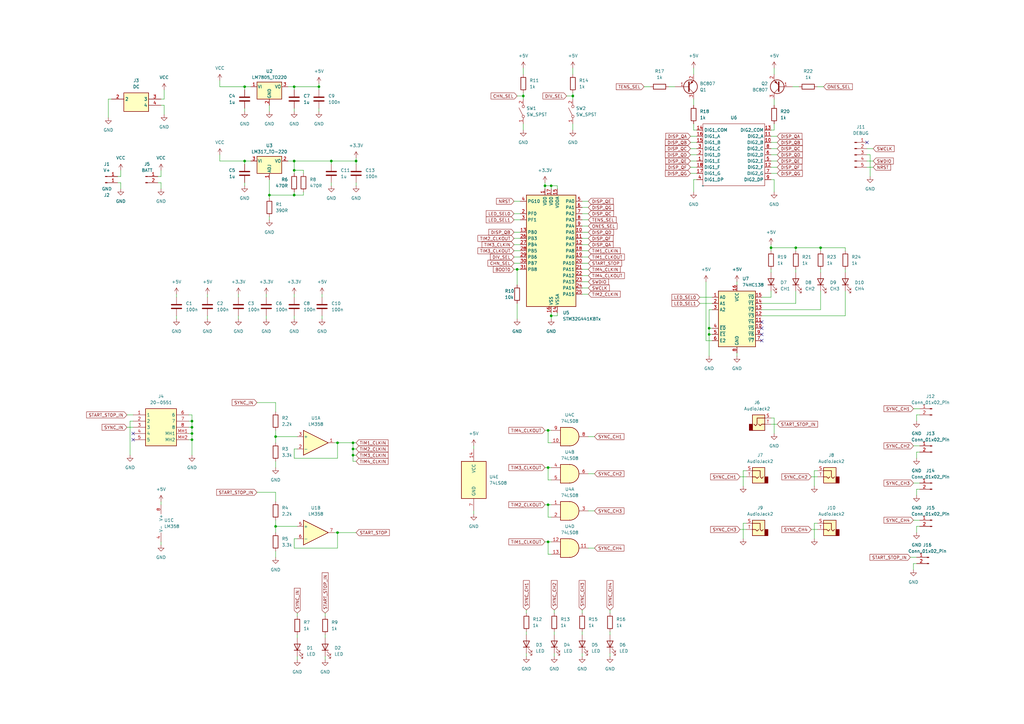
<source format=kicad_sch>
(kicad_sch (version 20230121) (generator eeschema)
  (paper "A3")
  (junction (at 144.78 186.69))
  (junction (at 226.06 129.54))
  (junction (at 120.65 69.85))
  (junction (at 316.23 101.6))
  (junction (at 78.74 180.34))
  (junction (at 113.03 215.9))
  (junction (at 290.83 137.16))
  (junction (at 146.05 66.04))
  (junction (at 214.63 39.37))
  (junction (at 78.74 175.26))
  (junction (at 144.78 181.61))
  (junction (at 290.83 134.62))
  (junction (at 336.55 101.6))
  (junction (at 135.89 66.04))
  (junction (at 223.52 76.2))
  (junction (at 130.81 35.56))
  (junction (at 224.79 191.77))
  (junction (at 138.43 181.61))
  (junction (at 100.33 66.04))
  (junction (at 78.74 172.72))
  (junction (at 138.43 218.44))
  (junction (at 226.06 76.2))
  (junction (at 110.49 80.01))
  (junction (at 224.79 207.01))
  (junction (at 120.65 80.01))
  (junction (at 100.33 35.56))
  (junction (at 144.78 184.15))
  (junction (at 212.09 110.49))
  (junction (at 78.74 177.8))
  (junction (at 120.65 35.56))
  (junction (at 224.79 222.25))
  (junction (at 234.95 39.37))
  (junction (at 224.79 176.53))
  (junction (at 120.65 66.04))
  (junction (at 113.03 179.07))
  (junction (at 326.39 101.6))
  (no_connect (at 312.42 132.08))
  (no_connect (at 312.42 139.7))
  (no_connect (at 312.42 134.62))
  (no_connect (at 312.42 137.16))
  (no_connect (at 54.61 177.8))
  (no_connect (at 355.6 58.42))
  (no_connect (at 54.61 180.34))
  (wire (pts (xy 77.47 177.8) (xy 78.74 177.8)))
  (wire (pts (xy 226.06 76.2) (xy 223.52 76.2)))
  (wire (pts (xy 227.33 267.97) (xy 227.33 269.24)))
  (wire (pts (xy 306.07 195.58) (xy 303.53 195.58)))
  (wire (pts (xy 212.09 110.49) (xy 213.36 110.49)))
  (wire (pts (xy 374.65 213.36) (xy 377.19 213.36)))
  (wire (pts (xy 214.63 38.1) (xy 214.63 39.37)))
  (wire (pts (xy 250.19 267.97) (xy 250.19 269.24)))
  (wire (pts (xy 214.63 39.37) (xy 214.63 40.64)))
  (wire (pts (xy 238.76 259.08) (xy 238.76 260.35)))
  (wire (pts (xy 303.53 217.17) (xy 306.07 217.17)))
  (wire (pts (xy 210.82 110.49) (xy 212.09 110.49)))
  (wire (pts (xy 113.03 226.06) (xy 113.03 228.6)))
  (wire (pts (xy 210.82 87.63) (xy 213.36 87.63)))
  (wire (pts (xy 210.82 95.25) (xy 213.36 95.25)))
  (wire (pts (xy 283.21 63.5) (xy 285.75 63.5)))
  (wire (pts (xy 146.05 189.23) (xy 144.78 189.23)))
  (wire (pts (xy 316.23 68.58) (xy 318.77 68.58)))
  (wire (pts (xy 346.71 110.49) (xy 346.71 111.76)))
  (wire (pts (xy 100.33 66.04) (xy 102.87 66.04)))
  (wire (pts (xy 130.81 44.45) (xy 130.81 45.72)))
  (wire (pts (xy 355.6 60.96) (xy 358.14 60.96)))
  (wire (pts (xy 113.03 205.74) (xy 113.03 201.93)))
  (wire (pts (xy 223.52 76.2) (xy 223.52 77.47)))
  (wire (pts (xy 120.65 187.96) (xy 120.65 184.15)))
  (wire (pts (xy 346.71 101.6) (xy 336.55 101.6)))
  (wire (pts (xy 228.6 129.54) (xy 226.06 129.54)))
  (wire (pts (xy 66.04 205.74) (xy 66.04 207.01)))
  (wire (pts (xy 144.78 181.61) (xy 146.05 181.61)))
  (wire (pts (xy 132.08 120.65) (xy 132.08 121.92)))
  (wire (pts (xy 52.07 170.18) (xy 54.61 170.18)))
  (wire (pts (xy 346.71 119.38) (xy 346.71 129.54)))
  (wire (pts (xy 304.8 214.63) (xy 306.07 214.63)))
  (wire (pts (xy 241.3 179.07) (xy 243.84 179.07)))
  (wire (pts (xy 100.33 35.56) (xy 90.17 35.56)))
  (wire (pts (xy 375.92 200.66) (xy 377.19 200.66)))
  (wire (pts (xy 113.03 179.07) (xy 121.92 179.07)))
  (wire (pts (xy 77.47 172.72) (xy 78.74 172.72)))
  (wire (pts (xy 290.83 137.16) (xy 290.83 146.05)))
  (wire (pts (xy 355.6 66.04) (xy 358.14 66.04)))
  (wire (pts (xy 120.65 129.54) (xy 120.65 130.81)))
  (wire (pts (xy 374.65 182.88) (xy 377.19 182.88)))
  (wire (pts (xy 105.41 165.1) (xy 113.03 165.1)))
  (wire (pts (xy 77.47 175.26) (xy 78.74 175.26)))
  (wire (pts (xy 224.79 227.33) (xy 226.06 227.33)))
  (wire (pts (xy 224.79 196.85) (xy 226.06 196.85)))
  (wire (pts (xy 100.33 44.45) (xy 100.33 45.72)))
  (wire (pts (xy 224.79 181.61) (xy 226.06 181.61)))
  (wire (pts (xy 334.01 220.98) (xy 334.01 214.63)))
  (wire (pts (xy 316.23 121.92) (xy 316.23 119.38)))
  (wire (pts (xy 250.19 250.19) (xy 250.19 251.46)))
  (wire (pts (xy 227.33 250.19) (xy 227.33 251.46)))
  (wire (pts (xy 124.46 69.85) (xy 120.65 69.85)))
  (wire (pts (xy 312.42 124.46) (xy 326.39 124.46)))
  (wire (pts (xy 49.53 74.93) (xy 49.53 77.47)))
  (wire (pts (xy 374.65 198.12) (xy 377.19 198.12)))
  (wire (pts (xy 283.21 58.42) (xy 285.75 58.42)))
  (wire (pts (xy 289.56 139.7) (xy 292.1 139.7)))
  (wire (pts (xy 212.09 124.46) (xy 212.09 130.81)))
  (wire (pts (xy 212.09 110.49) (xy 212.09 116.84)))
  (wire (pts (xy 226.06 207.01) (xy 224.79 207.01)))
  (wire (pts (xy 316.23 171.45) (xy 317.5 171.45)))
  (wire (pts (xy 210.82 82.55) (xy 213.36 82.55)))
  (wire (pts (xy 133.35 269.24) (xy 133.35 270.51)))
  (wire (pts (xy 194.31 209.55) (xy 194.31 210.82)))
  (wire (pts (xy 138.43 181.61) (xy 144.78 181.61)))
  (wire (pts (xy 100.33 36.83) (xy 100.33 35.56)))
  (wire (pts (xy 214.63 50.8) (xy 214.63 53.34)))
  (wire (pts (xy 283.21 71.12) (xy 285.75 71.12)))
  (wire (pts (xy 214.63 27.94) (xy 214.63 30.48)))
  (wire (pts (xy 146.05 74.93) (xy 146.05 76.2)))
  (wire (pts (xy 375.92 187.96) (xy 375.92 185.42)))
  (wire (pts (xy 224.79 191.77) (xy 224.79 196.85)))
  (wire (pts (xy 113.03 215.9) (xy 113.03 218.44)))
  (wire (pts (xy 121.92 269.24) (xy 121.92 270.51)))
  (wire (pts (xy 66.04 74.93) (xy 66.04 77.47)))
  (wire (pts (xy 49.53 72.39) (xy 49.53 69.85)))
  (wire (pts (xy 317.5 27.94) (xy 317.5 30.48)))
  (wire (pts (xy 317.5 50.8) (xy 317.5 53.34)))
  (wire (pts (xy 144.78 189.23) (xy 144.78 186.69)))
  (wire (pts (xy 78.74 175.26) (xy 78.74 177.8)))
  (wire (pts (xy 241.3 209.55) (xy 243.84 209.55)))
  (wire (pts (xy 241.3 224.79) (xy 243.84 224.79)))
  (wire (pts (xy 238.76 250.19) (xy 238.76 251.46)))
  (wire (pts (xy 317.5 171.45) (xy 317.5 177.8)))
  (wire (pts (xy 375.92 218.44) (xy 375.92 215.9)))
  (wire (pts (xy 335.28 217.17) (xy 332.74 217.17)))
  (wire (pts (xy 334.01 199.39) (xy 334.01 193.04)))
  (wire (pts (xy 48.26 74.93) (xy 49.53 74.93)))
  (wire (pts (xy 113.03 168.91) (xy 113.03 165.1)))
  (wire (pts (xy 223.52 191.77) (xy 224.79 191.77)))
  (wire (pts (xy 66.04 72.39) (xy 64.77 72.39)))
  (wire (pts (xy 234.95 27.94) (xy 234.95 30.48)))
  (wire (pts (xy 234.95 39.37) (xy 234.95 40.64)))
  (wire (pts (xy 120.65 35.56) (xy 118.11 35.56)))
  (wire (pts (xy 326.39 102.87) (xy 326.39 101.6)))
  (wire (pts (xy 234.95 50.8) (xy 234.95 53.34)))
  (wire (pts (xy 373.38 228.6) (xy 375.92 228.6)))
  (wire (pts (xy 316.23 101.6) (xy 316.23 102.87)))
  (wire (pts (xy 316.23 71.12) (xy 318.77 71.12)))
  (wire (pts (xy 113.03 189.23) (xy 113.03 191.77)))
  (wire (pts (xy 316.23 55.88) (xy 318.77 55.88)))
  (wire (pts (xy 304.8 199.39) (xy 304.8 193.04)))
  (wire (pts (xy 77.47 170.18) (xy 78.74 170.18)))
  (wire (pts (xy 224.79 212.09) (xy 226.06 212.09)))
  (wire (pts (xy 224.79 207.01) (xy 224.79 212.09)))
  (wire (pts (xy 113.03 179.07) (xy 113.03 181.61)))
  (wire (pts (xy 375.92 172.72) (xy 375.92 170.18)))
  (wire (pts (xy 284.48 50.8) (xy 284.48 53.34)))
  (wire (pts (xy 120.65 184.15) (xy 121.92 184.15)))
  (wire (pts (xy 90.17 33.02) (xy 90.17 35.56)))
  (wire (pts (xy 44.45 48.26) (xy 44.45 40.64)))
  (wire (pts (xy 110.49 80.01) (xy 110.49 81.28)))
  (wire (pts (xy 113.03 215.9) (xy 121.92 215.9)))
  (wire (pts (xy 144.78 184.15) (xy 144.78 181.61)))
  (wire (pts (xy 67.31 43.18) (xy 67.31 46.99)))
  (wire (pts (xy 238.76 110.49) (xy 241.3 110.49)))
  (wire (pts (xy 215.9 267.97) (xy 215.9 269.24)))
  (wire (pts (xy 226.06 222.25) (xy 224.79 222.25)))
  (wire (pts (xy 120.65 224.79) (xy 120.65 220.98)))
  (wire (pts (xy 210.82 100.33) (xy 213.36 100.33)))
  (wire (pts (xy 290.83 134.62) (xy 290.83 137.16)))
  (wire (pts (xy 224.79 176.53) (xy 224.79 181.61)))
  (wire (pts (xy 336.55 101.6) (xy 326.39 101.6)))
  (wire (pts (xy 284.48 40.64) (xy 284.48 43.18)))
  (wire (pts (xy 120.65 66.04) (xy 120.65 69.85)))
  (wire (pts (xy 238.76 82.55) (xy 241.3 82.55)))
  (wire (pts (xy 146.05 64.77) (xy 146.05 66.04)))
  (wire (pts (xy 226.06 191.77) (xy 224.79 191.77)))
  (wire (pts (xy 90.17 63.5) (xy 90.17 66.04)))
  (wire (pts (xy 223.52 176.53) (xy 224.79 176.53)))
  (wire (pts (xy 283.21 68.58) (xy 285.75 68.58)))
  (wire (pts (xy 238.76 118.11) (xy 241.3 118.11)))
  (wire (pts (xy 284.48 27.94) (xy 284.48 30.48)))
  (wire (pts (xy 375.92 215.9) (xy 377.19 215.9)))
  (wire (pts (xy 215.9 250.19) (xy 215.9 251.46)))
  (wire (pts (xy 130.81 35.56) (xy 120.65 35.56)))
  (wire (pts (xy 238.76 120.65) (xy 241.3 120.65)))
  (wire (pts (xy 137.16 218.44) (xy 138.43 218.44)))
  (wire (pts (xy 304.8 193.04) (xy 306.07 193.04)))
  (wire (pts (xy 326.39 101.6) (xy 316.23 101.6)))
  (wire (pts (xy 97.79 120.65) (xy 97.79 121.92)))
  (wire (pts (xy 317.5 73.66) (xy 316.23 73.66)))
  (wire (pts (xy 133.35 260.35) (xy 133.35 261.62)))
  (wire (pts (xy 138.43 187.96) (xy 120.65 187.96)))
  (wire (pts (xy 78.74 180.34) (xy 78.74 186.69)))
  (wire (pts (xy 224.79 222.25) (xy 224.79 227.33)))
  (wire (pts (xy 223.52 74.93) (xy 223.52 76.2)))
  (wire (pts (xy 113.03 176.53) (xy 113.03 179.07)))
  (wire (pts (xy 374.65 233.68) (xy 374.65 231.14)))
  (wire (pts (xy 375.92 170.18) (xy 377.19 170.18)))
  (wire (pts (xy 226.06 129.54) (xy 226.06 130.81)))
  (wire (pts (xy 144.78 186.69) (xy 144.78 184.15)))
  (wire (pts (xy 316.23 100.33) (xy 316.23 101.6)))
  (wire (pts (xy 336.55 110.49) (xy 336.55 111.76)))
  (wire (pts (xy 283.21 66.04) (xy 285.75 66.04)))
  (wire (pts (xy 135.89 74.93) (xy 135.89 76.2)))
  (wire (pts (xy 287.02 121.92) (xy 292.1 121.92)))
  (wire (pts (xy 226.06 128.27) (xy 226.06 129.54)))
  (wire (pts (xy 375.92 203.2) (xy 375.92 200.66)))
  (wire (pts (xy 336.55 127) (xy 336.55 119.38)))
  (wire (pts (xy 238.76 87.63) (xy 241.3 87.63)))
  (wire (pts (xy 325.12 35.56) (xy 327.66 35.56)))
  (wire (pts (xy 212.09 39.37) (xy 214.63 39.37)))
  (wire (pts (xy 228.6 77.47) (xy 228.6 76.2)))
  (wire (pts (xy 238.76 267.97) (xy 238.76 269.24)))
  (wire (pts (xy 375.92 185.42) (xy 377.19 185.42)))
  (wire (pts (xy 100.33 67.31) (xy 100.33 66.04)))
  (wire (pts (xy 316.23 66.04) (xy 318.77 66.04)))
  (wire (pts (xy 241.3 194.31) (xy 243.84 194.31)))
  (wire (pts (xy 72.39 120.65) (xy 72.39 121.92)))
  (wire (pts (xy 238.76 105.41) (xy 241.3 105.41)))
  (wire (pts (xy 228.6 128.27) (xy 228.6 129.54)))
  (wire (pts (xy 110.49 73.66) (xy 110.49 80.01)))
  (wire (pts (xy 110.49 88.9) (xy 110.49 90.17)))
  (wire (pts (xy 292.1 127) (xy 290.83 127)))
  (wire (pts (xy 67.31 40.64) (xy 66.04 40.64)))
  (wire (pts (xy 283.21 55.88) (xy 285.75 55.88)))
  (wire (pts (xy 67.31 43.18) (xy 66.04 43.18)))
  (wire (pts (xy 110.49 43.18) (xy 110.49 45.72)))
  (wire (pts (xy 194.31 182.88) (xy 194.31 184.15)))
  (wire (pts (xy 232.41 39.37) (xy 234.95 39.37)))
  (wire (pts (xy 146.05 184.15) (xy 144.78 184.15)))
  (wire (pts (xy 250.19 259.08) (xy 250.19 260.35)))
  (wire (pts (xy 66.04 69.85) (xy 66.04 72.39)))
  (wire (pts (xy 132.08 129.54) (xy 132.08 130.81)))
  (wire (pts (xy 120.65 69.85) (xy 120.65 71.12)))
  (wire (pts (xy 124.46 71.12) (xy 124.46 69.85)))
  (wire (pts (xy 72.39 129.54) (xy 72.39 130.81)))
  (wire (pts (xy 312.42 127) (xy 336.55 127)))
  (wire (pts (xy 346.71 129.54) (xy 312.42 129.54)))
  (wire (pts (xy 97.79 129.54) (xy 97.79 130.81)))
  (wire (pts (xy 146.05 67.31) (xy 146.05 66.04)))
  (wire (pts (xy 124.46 80.01) (xy 120.65 80.01)))
  (wire (pts (xy 226.06 77.47) (xy 226.06 76.2)))
  (wire (pts (xy 227.33 259.08) (xy 227.33 260.35)))
  (wire (pts (xy 374.65 167.64) (xy 377.19 167.64)))
  (wire (pts (xy 105.41 201.93) (xy 113.03 201.93)))
  (wire (pts (xy 54.61 175.26) (xy 52.07 175.26)))
  (wire (pts (xy 113.03 213.36) (xy 113.03 215.9)))
  (wire (pts (xy 274.32 35.56) (xy 276.86 35.56)))
  (wire (pts (xy 121.92 251.46) (xy 121.92 252.73)))
  (wire (pts (xy 355.6 68.58) (xy 358.14 68.58)))
  (wire (pts (xy 226.06 176.53) (xy 224.79 176.53)))
  (wire (pts (xy 312.42 121.92) (xy 316.23 121.92)))
  (wire (pts (xy 138.43 181.61) (xy 138.43 187.96)))
  (wire (pts (xy 210.82 90.17) (xy 213.36 90.17)))
  (wire (pts (xy 210.82 102.87) (xy 213.36 102.87)))
  (wire (pts (xy 238.76 113.03) (xy 241.3 113.03)))
  (wire (pts (xy 120.65 44.45) (xy 120.65 45.72)))
  (wire (pts (xy 133.35 251.46) (xy 133.35 252.73)))
  (wire (pts (xy 332.74 195.58) (xy 335.28 195.58)))
  (wire (pts (xy 67.31 36.83) (xy 67.31 40.64)))
  (wire (pts (xy 238.76 85.09) (xy 241.3 85.09)))
  (wire (pts (xy 100.33 66.04) (xy 90.17 66.04)))
  (wire (pts (xy 334.01 214.63) (xy 335.28 214.63)))
  (wire (pts (xy 317.5 78.74) (xy 317.5 73.66)))
  (wire (pts (xy 100.33 35.56) (xy 102.87 35.56)))
  (wire (pts (xy 109.22 120.65) (xy 109.22 121.92)))
  (wire (pts (xy 238.76 102.87) (xy 241.3 102.87)))
  (wire (pts (xy 100.33 74.93) (xy 100.33 76.2)))
  (wire (pts (xy 120.65 220.98) (xy 121.92 220.98)))
  (wire (pts (xy 138.43 218.44) (xy 146.05 218.44)))
  (wire (pts (xy 210.82 105.41) (xy 213.36 105.41)))
  (wire (pts (xy 120.65 66.04) (xy 135.89 66.04)))
  (wire (pts (xy 284.48 78.74) (xy 284.48 73.66)))
  (wire (pts (xy 121.92 260.35) (xy 121.92 261.62)))
  (wire (pts (xy 346.71 102.87) (xy 346.71 101.6)))
  (wire (pts (xy 264.16 35.56) (xy 266.7 35.56)))
  (wire (pts (xy 290.83 127) (xy 290.83 134.62)))
  (wire (pts (xy 78.74 177.8) (xy 78.74 180.34)))
  (wire (pts (xy 287.02 124.46) (xy 292.1 124.46)))
  (wire (pts (xy 304.8 220.98) (xy 304.8 214.63)))
  (wire (pts (xy 120.65 80.01) (xy 110.49 80.01)))
  (wire (pts (xy 302.26 115.57) (xy 302.26 116.84)))
  (wire (pts (xy 316.23 63.5) (xy 318.77 63.5)))
  (wire (pts (xy 146.05 66.04) (xy 135.89 66.04)))
  (wire (pts (xy 234.95 38.1) (xy 234.95 39.37)))
  (wire (pts (xy 53.34 186.69) (xy 53.34 172.72)))
  (wire (pts (xy 137.16 181.61) (xy 138.43 181.61)))
  (wire (pts (xy 238.76 90.17) (xy 241.3 90.17)))
  (wire (pts (xy 78.74 170.18) (xy 78.74 172.72)))
  (wire (pts (xy 223.52 207.01) (xy 224.79 207.01)))
  (wire (pts (xy 78.74 172.72) (xy 78.74 175.26)))
  (wire (pts (xy 138.43 224.79) (xy 120.65 224.79)))
  (wire (pts (xy 44.45 40.64) (xy 45.72 40.64)))
  (wire (pts (xy 290.83 134.62) (xy 292.1 134.62)))
  (wire (pts (xy 238.76 115.57) (xy 241.3 115.57)))
  (wire (pts (xy 336.55 102.87) (xy 336.55 101.6)))
  (wire (pts (xy 326.39 124.46) (xy 326.39 119.38)))
  (wire (pts (xy 210.82 97.79) (xy 213.36 97.79)))
  (wire (pts (xy 118.11 66.04) (xy 120.65 66.04)))
  (wire (pts (xy 66.04 222.25) (xy 66.04 223.52)))
  (wire (pts (xy 130.81 34.29) (xy 130.81 35.56)))
  (wire (pts (xy 85.09 120.65) (xy 85.09 121.92)))
  (wire (pts (xy 130.81 36.83) (xy 130.81 35.56)))
  (wire (pts (xy 238.76 100.33) (xy 241.3 100.33)))
  (wire (pts (xy 215.9 259.08) (xy 215.9 260.35)))
  (wire (pts (xy 210.82 107.95) (xy 213.36 107.95)))
  (wire (pts (xy 223.52 222.25) (xy 224.79 222.25)))
  (wire (pts (xy 316.23 110.49) (xy 316.23 111.76)))
  (wire (pts (xy 316.23 58.42) (xy 318.77 58.42)))
  (wire (pts (xy 124.46 78.74) (xy 124.46 80.01)))
  (wire (pts (xy 289.56 115.57) (xy 289.56 139.7)))
  (wire (pts (xy 335.28 35.56) (xy 337.82 35.56)))
  (wire (pts (xy 238.76 97.79) (xy 241.3 97.79)))
  (wire (pts (xy 64.77 74.93) (xy 66.04 74.93)))
  (wire (pts (xy 316.23 60.96) (xy 318.77 60.96)))
  (wire (pts (xy 334.01 193.04) (xy 335.28 193.04)))
  (wire (pts (xy 238.76 107.95) (xy 241.3 107.95)))
  (wire (pts (xy 302.26 144.78) (xy 302.26 146.05)))
  (wire (pts (xy 48.26 72.39) (xy 49.53 72.39)))
  (wire (pts (xy 356.87 72.39) (xy 356.87 63.5)))
  (wire (pts (xy 238.76 92.71) (xy 241.3 92.71)))
  (wire (pts (xy 283.21 60.96) (xy 285.75 60.96)))
  (wire (pts (xy 238.76 95.25) (xy 241.3 95.25)))
  (wire (pts (xy 85.09 129.54) (xy 85.09 130.81)))
  (wire (pts (xy 146.05 186.69) (xy 144.78 186.69)))
  (wire (pts (xy 326.39 110.49) (xy 326.39 111.76)))
  (wire (pts (xy 109.22 129.54) (xy 109.22 130.81)))
  (wire (pts (xy 138.43 218.44) (xy 138.43 224.79)))
  (wire (pts (xy 120.65 120.65) (xy 120.65 121.92)))
  (wire (pts (xy 317.5 40.64) (xy 317.5 43.18)))
  (wire (pts (xy 228.6 76.2) (xy 226.06 76.2)))
  (wire (pts (xy 317.5 53.34) (xy 316.23 53.34)))
  (wire (pts (xy 53.34 172.72) (xy 54.61 172.72)))
  (wire (pts (xy 284.48 53.34) (xy 285.75 53.34)))
  (wire (pts (xy 120.65 78.74) (xy 120.65 80.01)))
  (wire (pts (xy 316.23 173.99) (xy 318.77 173.99)))
  (wire (pts (xy 120.65 36.83) (xy 120.65 35.56)))
  (wire (pts (xy 356.87 63.5) (xy 355.6 63.5)))
  (wire (pts (xy 135.89 67.31) (xy 135.89 66.04)))
  (wire (pts (xy 77.47 180.34) (xy 78.74 180.34)))
  (wire (pts (xy 284.48 73.66) (xy 285.75 73.66)))
  (wire (pts (xy 290.83 137.16) (xy 292.1 137.16)))
  (wire (pts (xy 374.65 231.14) (xy 375.92 231.14)))
  (global_label "DISP_QB" (shape input) (at 283.21 58.42 180) (property "Intersheetrefs" "${INTERSHEET_REFS}" (effects hide)))
  (global_label "TIM1_CLKIN" (shape input) (at 146.05 181.61 0) (property "Intersheetrefs" "${INTERSHEET_REFS}" (effects hide)))
  (global_label "LED_SEL1" (shape input) (at 210.82 90.17 180) (property "Intersheetrefs" "${INTERSHEET_REFS}" (effects hide)))
  (global_label "SWCLK" (shape input) (at 241.3 118.11 0) (property "Intersheetrefs" "${INTERSHEET_REFS}" (effects hide)))
  (global_label "DISP_QD" (shape input) (at 318.77 63.5 0) (property "Intersheetrefs" "${INTERSHEET_REFS}" (effects hide)))
  (global_label "SWDIO" (shape input) (at 358.14 66.04 0) (property "Intersheetrefs" "${INTERSHEET_REFS}" (effects hide)))
  (global_label "CHN_SEL" (shape input) (at 212.09 39.37 180) (property "Intersheetrefs" "${INTERSHEET_REFS}" (effects hide)))
  (global_label "TIM2_CLKOUT" (shape input) (at 223.52 207.01 180) (property "Intersheetrefs" "${INTERSHEET_REFS}" (effects hide)))
  (global_label "SYNC_CH2" (shape input) (at 374.65 182.88 180) (property "Intersheetrefs" "${INTERSHEET_REFS}" (effects hide)))
  (global_label "TIM1_CLKOUT" (shape input) (at 241.3 105.41 0) (property "Intersheetrefs" "${INTERSHEET_REFS}" (effects hide)))
  (global_label "BOOT0" (shape input) (at 210.82 110.49 180) (property "Intersheetrefs" "${INTERSHEET_REFS}" (effects hide)))
  (global_label "SYNC_CH2" (shape input) (at 243.84 194.31 0) (property "Intersheetrefs" "${INTERSHEET_REFS}" (effects hide)))
  (global_label "DIV_SEL" (shape input) (at 210.82 105.41 180) (property "Intersheetrefs" "${INTERSHEET_REFS}" (effects hide)))
  (global_label "LED_SEL0" (shape input) (at 287.02 121.92 180) (property "Intersheetrefs" "${INTERSHEET_REFS}" (effects hide)))
  (global_label "SYNC_CH3" (shape input) (at 374.65 198.12 180) (property "Intersheetrefs" "${INTERSHEET_REFS}" (effects hide)))
  (global_label "SYNC_CH1" (shape input) (at 215.9 250.19 90) (property "Intersheetrefs" "${INTERSHEET_REFS}" (effects hide)))
  (global_label "TENS_SEL" (shape input) (at 241.3 90.17 0) (property "Intersheetrefs" "${INTERSHEET_REFS}" (effects hide)))
  (global_label "DISP_QG" (shape input) (at 318.77 71.12 0) (property "Intersheetrefs" "${INTERSHEET_REFS}" (effects hide)))
  (global_label "DISP_QE" (shape input) (at 318.77 66.04 0) (property "Intersheetrefs" "${INTERSHEET_REFS}" (effects hide)))
  (global_label "SYNC_CH4" (shape input) (at 250.19 250.19 90) (property "Intersheetrefs" "${INTERSHEET_REFS}" (effects hide)))
  (global_label "SYNC_IN" (shape input) (at 52.07 175.26 180) (property "Intersheetrefs" "${INTERSHEET_REFS}" (effects hide)))
  (global_label "NRST" (shape input) (at 210.82 82.55 180) (property "Intersheetrefs" "${INTERSHEET_REFS}" (effects hide)))
  (global_label "START_STOP" (shape input) (at 146.05 218.44 0) (property "Intersheetrefs" "${INTERSHEET_REFS}" (effects hide)))
  (global_label "SYNC_CH1" (shape input) (at 374.65 167.64 180) (property "Intersheetrefs" "${INTERSHEET_REFS}" (effects hide)))
  (global_label "DISP_QB" (shape input) (at 210.82 95.25 180) (property "Intersheetrefs" "${INTERSHEET_REFS}" (effects hide)))
  (global_label "DISP_QG" (shape input) (at 241.3 85.09 0) (property "Intersheetrefs" "${INTERSHEET_REFS}" (effects hide)))
  (global_label "SWCLK" (shape input) (at 358.14 60.96 0) (property "Intersheetrefs" "${INTERSHEET_REFS}" (effects hide)))
  (global_label "START_STOP" (shape input) (at 241.3 107.95 0) (property "Intersheetrefs" "${INTERSHEET_REFS}" (effects hide)))
  (global_label "TIM2_CLKIN" (shape input) (at 241.3 120.65 0) (property "Intersheetrefs" "${INTERSHEET_REFS}" (effects hide)))
  (global_label "DISP_QA" (shape input) (at 318.77 55.88 0) (property "Intersheetrefs" "${INTERSHEET_REFS}" (effects hide)))
  (global_label "DISP_QF" (shape input) (at 318.77 68.58 0) (property "Intersheetrefs" "${INTERSHEET_REFS}" (effects hide)))
  (global_label "ONES_SEL" (shape input) (at 337.82 35.56 0) (property "Intersheetrefs" "${INTERSHEET_REFS}" (effects hide)))
  (global_label "DISP_QC" (shape input) (at 283.21 60.96 180) (property "Intersheetrefs" "${INTERSHEET_REFS}" (effects hide)))
  (global_label "DISP_QA" (shape input) (at 241.3 100.33 0) (property "Intersheetrefs" "${INTERSHEET_REFS}" (effects hide)))
  (global_label "SWDIO" (shape input) (at 241.3 115.57 0) (property "Intersheetrefs" "${INTERSHEET_REFS}" (effects hide)))
  (global_label "START_STOP_IN" (shape input) (at 373.38 228.6 180) (property "Intersheetrefs" "${INTERSHEET_REFS}" (effects hide)))
  (global_label "SYNC_CH4" (shape input) (at 243.84 224.79 0) (property "Intersheetrefs" "${INTERSHEET_REFS}" (effects hide)))
  (global_label "START_STOP_IN" (shape input) (at 52.07 170.18 180) (property "Intersheetrefs" "${INTERSHEET_REFS}" (effects hide)))
  (global_label "SYNC_IN" (shape input) (at 105.41 165.1 180) (property "Intersheetrefs" "${INTERSHEET_REFS}" (effects hide)))
  (global_label "CHN_SEL" (shape input) (at 210.82 107.95 180) (property "Intersheetrefs" "${INTERSHEET_REFS}" (effects hide)))
  (global_label "TIM3_CLKIN" (shape input) (at 146.05 186.69 0) (property "Intersheetrefs" "${INTERSHEET_REFS}" (effects hide)))
  (global_label "START_STOP_IN" (shape input) (at 318.77 173.99 0) (property "Intersheetrefs" "${INTERSHEET_REFS}" (effects hide)))
  (global_label "DISP_QA" (shape input) (at 283.21 55.88 180) (property "Intersheetrefs" "${INTERSHEET_REFS}" (effects hide)))
  (global_label "TIM3_CLKIN" (shape input) (at 210.82 100.33 180) (property "Intersheetrefs" "${INTERSHEET_REFS}" (effects hide)))
  (global_label "DISP_QF" (shape input) (at 241.3 97.79 0) (property "Intersheetrefs" "${INTERSHEET_REFS}" (effects hide)))
  (global_label "START_STOP_IN" (shape input) (at 105.41 201.93 180) (property "Intersheetrefs" "${INTERSHEET_REFS}" (effects hide)))
  (global_label "LED_SEL1" (shape input) (at 287.02 124.46 180) (property "Intersheetrefs" "${INTERSHEET_REFS}" (effects hide)))
  (global_label "NRST" (shape input) (at 358.14 68.58 0) (property "Intersheetrefs" "${INTERSHEET_REFS}" (effects hide)))
  (global_label "TENS_SEL" (shape input) (at 264.16 35.56 180) (property "Intersheetrefs" "${INTERSHEET_REFS}" (effects hide)))
  (global_label "DISP_QG" (shape input) (at 283.21 71.12 180) (property "Intersheetrefs" "${INTERSHEET_REFS}" (effects hide)))
  (global_label "TIM4_CLKIN" (shape input) (at 241.3 110.49 0) (property "Intersheetrefs" "${INTERSHEET_REFS}" (effects hide)))
  (global_label "DISP_QB" (shape input) (at 318.77 58.42 0) (property "Intersheetrefs" "${INTERSHEET_REFS}" (effects hide)))
  (global_label "TIM4_CLKOUT" (shape input) (at 223.52 176.53 180) (property "Intersheetrefs" "${INTERSHEET_REFS}" (effects hide)))
  (global_label "DISP_QF" (shape input) (at 283.21 68.58 180) (property "Intersheetrefs" "${INTERSHEET_REFS}" (effects hide)))
  (global_label "DISP_QE" (shape input) (at 283.21 66.04 180) (property "Intersheetrefs" "${INTERSHEET_REFS}" (effects hide)))
  (global_label "TIM1_CLKIN" (shape input) (at 241.3 102.87 0) (property "Intersheetrefs" "${INTERSHEET_REFS}" (effects hide)))
  (global_label "TIM4_CLKOUT" (shape input) (at 241.3 113.03 0) (property "Intersheetrefs" "${INTERSHEET_REFS}" (effects hide)))
  (global_label "SYNC_CH2" (shape input) (at 332.74 195.58 180) (property "Intersheetrefs" "${INTERSHEET_REFS}" (effects hide)))
  (global_label "DISP_QD" (shape input) (at 283.21 63.5 180) (property "Intersheetrefs" "${INTERSHEET_REFS}" (effects hide)))
  (global_label "DISP_QC" (shape input) (at 318.77 60.96 0) (property "Intersheetrefs" "${INTERSHEET_REFS}" (effects hide)))
  (global_label "START_STOP_IN" (shape input) (at 133.35 251.46 90) (property "Intersheetrefs" "${INTERSHEET_REFS}" (effects hide)))
  (global_label "TIM2_CLKOUT" (shape input) (at 210.82 97.79 180) (property "Intersheetrefs" "${INTERSHEET_REFS}" (effects hide)))
  (global_label "SYNC_CH3" (shape input) (at 238.76 250.19 90) (property "Intersheetrefs" "${INTERSHEET_REFS}" (effects hide)))
  (global_label "ONES_SEL" (shape input) (at 241.3 92.71 0) (property "Intersheetrefs" "${INTERSHEET_REFS}" (effects hide)))
  (global_label "SYNC_CH4" (shape input) (at 332.74 217.17 180) (property "Intersheetrefs" "${INTERSHEET_REFS}" (effects hide)))
  (global_label "SYNC_CH3" (shape input) (at 243.84 209.55 0) (property "Intersheetrefs" "${INTERSHEET_REFS}" (effects hide)))
  (global_label "SYNC_CH4" (shape input) (at 374.65 213.36 180) (property "Intersheetrefs" "${INTERSHEET_REFS}" (effects hide)))
  (global_label "SYNC_CH1" (shape input) (at 303.53 195.58 180) (property "Intersheetrefs" "${INTERSHEET_REFS}" (effects hide)))
  (global_label "TIM2_CLKIN" (shape input) (at 146.05 184.15 0) (property "Intersheetrefs" "${INTERSHEET_REFS}" (effects hide)))
  (global_label "DIV_SEL" (shape input) (at 232.41 39.37 180) (property "Intersheetrefs" "${INTERSHEET_REFS}" (effects hide)))
  (global_label "SYNC_CH1" (shape input) (at 243.84 179.07 0) (property "Intersheetrefs" "${INTERSHEET_REFS}" (effects hide)))
  (global_label "SYNC_IN" (shape input) (at 121.92 251.46 90) (property "Intersheetrefs" "${INTERSHEET_REFS}" (effects hide)))
  (global_label "TIM1_CLKOUT" (shape input) (at 223.52 222.25 180) (property "Intersheetrefs" "${INTERSHEET_REFS}" (effects hide)))
  (global_label "SYNC_CH3" (shape input) (at 303.53 217.17 180) (property "Intersheetrefs" "${INTERSHEET_REFS}" (effects hide)))
  (global_label "TIM4_CLKIN" (shape input) (at 146.05 189.23 0) (property "Intersheetrefs" "${INTERSHEET_REFS}" (effects hide)))
  (global_label "TIM3_CLKOUT" (shape input) (at 223.52 191.77 180) (property "Intersheetrefs" "${INTERSHEET_REFS}" (effects hide)))
  (global_label "DISP_QC" (shape input) (at 241.3 87.63 0) (property "Intersheetrefs" "${INTERSHEET_REFS}" (effects hide)))
  (global_label "SYNC_CH2" (shape input) (at 227.33 250.19 90) (property "Intersheetrefs" "${INTERSHEET_REFS}" (effects hide)))
  (global_label "DISP_QE" (shape input) (at 241.3 82.55 0) (property "Intersheetrefs" "${INTERSHEET_REFS}" (effects hide)))
  (global_label "DISP_QD" (shape input) (at 241.3 95.25 0) (property "Intersheetrefs" "${INTERSHEET_REFS}" (effects hide)))
  (global_label "TIM3_CLKOUT" (shape input) (at 210.82 102.87 180) (property "Intersheetrefs" "${INTERSHEET_REFS}" (effects hide)))
  (global_label "LED_SEL0" (shape input) (at 210.82 87.63 180) (property "Intersheetrefs" "${INTERSHEET_REFS}" (effects hide)))
  (symbol (lib_id "Device:R") (at 120.65 74.93 0) (mirror y) (unit 1)
    (property "Reference" "R6" (at 118.11 73.66 0) (effects (justify left)))
    (property "Value" "470R" (at 118.11 76.2 0) (effects (justify left)))
    (property "Footprint" "Resistor_SMD:R_0603_1608Metric" (effects hide))
  )
  (symbol (lib_id "power:GND") (at 375.92 218.44 0) (unit 1)
    (property "Reference" "#PWR073" (effects hide))
    (property "Value" "GND" (at 375.92 223.52 0))
  )
  (symbol (lib_id "Switch:SW_SPST") (at 234.95 45.72 90) (unit 1)
    (property "Reference" "SW2" (at 236.22 44.45 90) (effects (justify right)))
    (property "Value" "SW_SPST" (at 236.22 46.99 90) (effects (justify right)))
    (property "Footprint" "Button_Switch_THT:SW_PUSH_6mm" (effects hide))
  )
  (symbol (lib_id "power:GND") (at 212.09 130.81 0) (unit 1)
    (property "Reference" "#PWR044" (effects hide))
    (property "Value" "GND" (at 212.09 135.89 0))
  )
  (symbol (lib_id "power:GND") (at 302.26 146.05 0) (unit 1)
    (property "Reference" "#PWR061" (effects hide))
    (property "Value" "GND" (at 302.26 151.13 0))
  )
  (symbol (lib_id "power:GND") (at 374.65 233.68 0) (unit 1)
    (property "Reference" "#PWR074" (effects hide))
    (property "Value" "GND" (at 374.65 238.76 0))
  )
  (symbol (lib_id "Switch:SW_SPST") (at 214.63 45.72 90) (unit 1)
    (property "Reference" "SW1" (at 215.9 44.45 90) (effects (justify right)))
    (property "Value" "SW_SPST" (at 215.9 46.99 90) (effects (justify right)))
    (property "Footprint" "Button_Switch_THT:SW_PUSH_6mm" (effects hide))
  )
  (symbol (lib_id "power:+5V") (at 132.08 120.65 0) (unit 1)
    (property "Reference" "#PWR034" (effects hide))
    (property "Value" "+5V" (at 132.08 115.57 0))
  )
  (symbol (lib_id "Device:LED") (at 238.76 264.16 90) (unit 1)
    (property "Reference" "D5" (at 242.57 264.4775 90) (effects (justify right)))
    (property "Value" "LED" (at 242.57 267.0175 90) (effects (justify right)))
    (property "Footprint" "LED_SMD:LED_0603_1608Metric" (effects hide))
  )
  (symbol (lib_id "power:GND") (at 334.01 199.39 0) (unit 1)
    (property "Reference" "#PWR067" (effects hide))
    (property "Value" "GND" (effects hide))
  )
  (symbol (lib_id "Device:LED") (at 227.33 264.16 90) (unit 1)
    (property "Reference" "D4" (at 231.14 264.4775 90) (effects (justify right)))
    (property "Value" "LED" (at 231.14 267.0175 90) (effects (justify right)))
    (property "Footprint" "LED_SMD:LED_0603_1608Metric" (effects hide))
  )
  (symbol (lib_id "power:GND") (at 120.65 130.81 0) (unit 1)
    (property "Reference" "#PWR030" (effects hide))
    (property "Value" "GND" (at 120.65 135.89 0))
  )
  (symbol (lib_id "00mglib:OSL20561") (at 288.29 76.2 0) (unit 1)
    (property "Reference" "U6" (at 300.99 48.26 0))
    (property "Value" "~" (at 288.29 76.2 0))
    (property "Footprint" "00mglib:OSL20561" (effects hide))
  )
  (symbol (lib_id "Device:LED") (at 336.55 115.57 90) (unit 1)
    (property "Reference" "D9" (at 340.36 115.8875 90) (effects (justify right)))
    (property "Value" "CH3" (at 340.36 118.4275 90) (effects (justify right)))
    (property "Footprint" "LED_SMD:LED_0603_1608Metric" (effects hide))
  )
  (symbol (lib_id "power:GND") (at 304.8 220.98 0) (unit 1)
    (property "Reference" "#PWR063" (effects hide))
    (property "Value" "GND" (effects hide))
  )
  (symbol (lib_id "Device:C") (at 100.33 40.64 0) (mirror y) (unit 1)
    (property "Reference" "C4" (at 96.52 39.37 0) (effects (justify left)))
    (property "Value" "1u" (at 96.52 41.91 0) (effects (justify left)))
    (property "Footprint" "Capacitor_SMD:C_0603_1608Metric" (effects hide))
  )
  (symbol (lib_id "Device:R") (at 133.35 256.54 0) (unit 1)
    (property "Reference" "R9" (at 135.89 255.27 0) (effects (justify left)))
    (property "Value" "1k" (at 135.89 257.81 0) (effects (justify left)))
    (property "Footprint" "Resistor_SMD:R_0603_1608Metric" (effects hide))
  )
  (symbol (lib_id "Device:R") (at 214.63 34.29 0) (unit 1)
    (property "Reference" "R11" (at 217.17 33.02 0) (effects (justify left)))
    (property "Value" "1k" (at 217.17 35.56 0) (effects (justify left)))
    (property "Footprint" "Resistor_SMD:R_0603_1608Metric" (effects hide))
  )
  (symbol (lib_id "power:+5V") (at 72.39 120.65 0) (unit 1)
    (property "Reference" "#PWR011" (effects hide))
    (property "Value" "+5V" (at 72.39 115.57 0))
  )
  (symbol (lib_id "power:GND") (at 100.33 76.2 0) (unit 1)
    (property "Reference" "#PWR021" (effects hide))
    (property "Value" "GND" (at 100.33 81.28 0))
  )
  (symbol (lib_id "74xx:74LS08") (at 233.68 224.79 0) (unit 4)
    (property "Reference" "U4" (at 233.6717 215.9 0))
    (property "Value" "74LS08" (at 233.6717 218.44 0))
    (property "Footprint" "Package_DIP:DIP-14_W7.62mm" (effects hide))
    (property "Datasheet" "http://www.ti.com/lit/gpn/sn74LS08" (effects hide))
  )
  (symbol (lib_id "power:GND") (at 85.09 130.81 0) (unit 1)
    (property "Reference" "#PWR015" (effects hide))
    (property "Value" "GND" (at 85.09 135.89 0))
  )
  (symbol (lib_id "Device:R") (at 238.76 255.27 0) (unit 1)
    (property "Reference" "R15" (at 241.3 254 0) (effects (justify left)))
    (property "Value" "1k" (at 241.3 256.54 0) (effects (justify left)))
    (property "Footprint" "Resistor_SMD:R_0603_1608Metric" (effects hide))
  )
  (symbol (lib_id "power:VCC") (at 67.31 36.83 0) (unit 1)
    (property "Reference" "#PWR010" (effects hide))
    (property "Value" "VCC" (at 67.31 31.75 0))
  )
  (symbol (lib_id "Device:R") (at 234.95 34.29 0) (unit 1)
    (property "Reference" "R14" (at 237.49 33.02 0) (effects (justify left)))
    (property "Value" "1k" (at 237.49 35.56 0) (effects (justify left)))
    (property "Footprint" "Resistor_SMD:R_0603_1608Metric" (effects hide))
  )
  (symbol (lib_id "Device:LED") (at 316.23 115.57 90) (unit 1)
    (property "Reference" "D7" (at 320.04 115.8875 90) (effects (justify right)))
    (property "Value" "CH1" (at 320.04 118.4275 90) (effects (justify right)))
    (property "Footprint" "LED_SMD:LED_0603_1608Metric" (effects hide))
  )
  (symbol (lib_id "power:GND") (at 100.33 45.72 0) (unit 1)
    (property "Reference" "#PWR020" (effects hide))
    (property "Value" "GND" (at 100.33 50.8 0))
  )
  (symbol (lib_id "Device:C") (at 100.33 71.12 0) (mirror y) (unit 1)
    (property "Reference" "C5" (at 96.52 69.85 0) (effects (justify left)))
    (property "Value" "1u" (at 96.52 72.39 0) (effects (justify left)))
    (property "Footprint" "Capacitor_SMD:C_0603_1608Metric" (effects hide))
  )
  (symbol (lib_id "Device:R") (at 227.33 255.27 0) (unit 1)
    (property "Reference" "R13" (at 229.87 254 0) (effects (justify left)))
    (property "Value" "1k" (at 229.87 256.54 0) (effects (justify left)))
    (property "Footprint" "Resistor_SMD:R_0603_1608Metric" (effects hide))
  )
  (symbol (lib_id "power:GND") (at 234.95 53.34 0) (unit 1)
    (property "Reference" "#PWR052" (effects hide))
    (property "Value" "GND" (at 234.95 58.42 0))
  )
  (symbol (lib_id "power:VCC") (at 66.04 69.85 0) (unit 1)
    (property "Reference" "#PWR05" (effects hide))
    (property "Value" "VCC" (at 66.04 64.77 0))
  )
  (symbol (lib_id "74xx:74LS08") (at 233.68 209.55 0) (unit 1)
    (property "Reference" "U4" (at 233.6717 200.66 0))
    (property "Value" "74LS08" (at 233.6717 203.2 0))
    (property "Footprint" "Package_DIP:DIP-14_W7.62mm" (effects hide))
    (property "Datasheet" "http://www.ti.com/lit/gpn/sn74LS08" (effects hide))
  )
  (symbol (lib_id "Device:LED") (at 215.9 264.16 90) (unit 1)
    (property "Reference" "D3" (at 219.71 264.4775 90) (effects (justify right)))
    (property "Value" "LED" (at 219.71 267.0175 90) (effects (justify right)))
    (property "Footprint" "LED_SMD:LED_0603_1608Metric" (effects hide))
  )
  (symbol (lib_id "power:+3.3V") (at 146.05 64.77 0) (unit 1)
    (property "Reference" "#PWR040" (effects hide))
    (property "Value" "+3.3V" (at 146.05 59.69 0))
  )
  (symbol (lib_id "power:GND") (at 250.19 269.24 0) (unit 1)
    (property "Reference" "#PWR054" (effects hide))
    (property "Value" "GND" (at 250.19 274.32 0))
  )
  (symbol (lib_id "power:+5V") (at 284.48 27.94 0) (unit 1)
    (property "Reference" "#PWR055" (effects hide))
    (property "Value" "+5V" (at 284.48 22.86 0))
  )
  (symbol (lib_id "power:GND") (at 215.9 269.24 0) (unit 1)
    (property "Reference" "#PWR047" (effects hide))
    (property "Value" "GND" (at 215.9 274.32 0))
  )
  (symbol (lib_id "Device:LED") (at 326.39 115.57 90) (unit 1)
    (property "Reference" "D8" (at 330.2 115.8875 90) (effects (justify right)))
    (property "Value" "CH2" (at 330.2 118.4275 90) (effects (justify right)))
    (property "Footprint" "LED_SMD:LED_0603_1608Metric" (effects hide))
  )
  (symbol (lib_id "Device:R") (at 270.51 35.56 90) (unit 1)
    (property "Reference" "R17" (at 270.51 29.21 90))
    (property "Value" "1k" (at 270.51 31.75 90))
    (property "Footprint" "Resistor_SMD:R_0603_1608Metric" (effects hide))
  )
  (symbol (lib_id "Connector_Audio:AudioJack2") (at 311.15 195.58 0) (mirror y) (unit 1)
    (property "Reference" "J7" (at 311.785 186.69 0))
    (property "Value" "AudioJack2" (at 311.785 189.23 0))
    (property "Footprint" "00mglib:Jack_3.5mm_QingPu_WQP-PJ398SM_Vertical" (effects hide))
  )
  (symbol (lib_id "Device:R") (at 212.09 120.65 0) (unit 1)
    (property "Reference" "R10" (at 207.01 119.38 0) (effects (justify left)))
    (property "Value" "10k" (at 207.01 121.92 0) (effects (justify left)))
    (property "Footprint" "Resistor_SMD:R_0603_1608Metric" (effects hide))
  )
  (symbol (lib_id "Device:LED") (at 346.71 115.57 90) (unit 1)
    (property "Reference" "D10" (at 350.52 115.8875 90) (effects (justify right)))
    (property "Value" "CH4" (at 350.52 118.4275 90) (effects (justify right)))
    (property "Footprint" "LED_SMD:LED_0603_1608Metric" (effects hide))
  )
  (symbol (lib_id "power:GND") (at 284.48 78.74 0) (unit 1)
    (property "Reference" "#PWR056" (effects hide))
    (property "Value" "GND" (at 284.48 83.82 0))
  )
  (symbol (lib_id "Device:R") (at 121.92 256.54 0) (unit 1)
    (property "Reference" "R7" (at 124.46 255.27 0) (effects (justify left)))
    (property "Value" "1k" (at 124.46 257.81 0) (effects (justify left)))
    (property "Footprint" "Resistor_SMD:R_0603_1608Metric" (effects hide))
  )
  (symbol (lib_id "power:GND") (at 110.49 90.17 0) (unit 1)
    (property "Reference" "#PWR025" (effects hide))
    (property "Value" "GND" (at 110.49 95.25 0))
  )
  (symbol (lib_id "power:GND") (at 109.22 130.81 0) (unit 1)
    (property "Reference" "#PWR023" (effects hide))
    (property "Value" "GND" (at 109.22 135.89 0))
  )
  (symbol (lib_id "Connector:Conn_01x02_Pin") (at 382.27 167.64 0) (mirror y) (unit 1)
    (property "Reference" "J12" (at 381.635 162.56 0))
    (property "Value" "Conn_01x02_Pin" (at 381.635 165.1 0))
    (property "Footprint" "Connector_PinHeader_2.54mm:PinHeader_1x02_P2.54mm_Vertical" (effects hide))
  )
  (symbol (lib_id "power:GND") (at 97.79 130.81 0) (unit 1)
    (property "Reference" "#PWR019" (effects hide))
    (property "Value" "GND" (at 97.79 135.89 0))
  )
  (symbol (lib_id "Device:C") (at 120.65 40.64 0) (unit 1)
    (property "Reference" "C7" (at 124.46 39.37 0) (effects (justify left)))
    (property "Value" "1u" (at 124.46 41.91 0) (effects (justify left)))
    (property "Footprint" "Capacitor_SMD:C_0603_1608Metric" (effects hide))
  )
  (symbol (lib_id "Device:C") (at 120.65 125.73 0) (unit 1)
    (property "Reference" "C8" (at 124.46 124.46 0) (effects (justify left)))
    (property "Value" "100n" (at 124.46 127 0) (effects (justify left)))
    (property "Footprint" "Capacitor_SMD:C_0603_1608Metric" (effects hide))
  )
  (symbol (lib_id "Device:C") (at 109.22 125.73 0) (unit 1)
    (property "Reference" "C6" (at 113.03 124.46 0) (effects (justify left)))
    (property "Value" "100n" (at 113.03 127 0) (effects (justify left)))
    (property "Footprint" "Capacitor_SMD:C_0603_1608Metric" (effects hide))
  )
  (symbol (lib_id "power:GND") (at 238.76 269.24 0) (unit 1)
    (property "Reference" "#PWR053" (effects hide))
    (property "Value" "GND" (at 238.76 274.32 0))
  )
  (symbol (lib_id "power:GND") (at 317.5 177.8 0) (unit 1)
    (property "Reference" "#PWR059" (effects hide))
    (property "Value" "GND" (at 317.5 182.88 0))
  )
  (symbol (lib_id "Connector_Audio:AudioJack2") (at 311.15 217.17 0) (mirror y) (unit 1)
    (property "Reference" "J9" (at 311.785 208.28 0))
    (property "Value" "AudioJack2" (at 311.785 210.82 0))
    (property "Footprint" "00mglib:Jack_3.5mm_QingPu_WQP-PJ398SM_Vertical" (effects hide))
  )
  (symbol (lib_id "Device:C") (at 132.08 125.73 0) (unit 1)
    (property "Reference" "C10" (at 135.89 124.46 0) (effects (justify left)))
    (property "Value" "100n" (at 135.89 127 0) (effects (justify left)))
    (property "Footprint" "Capacitor_SMD:C_0603_1608Metric" (effects hide))
  )
  (symbol (lib_id "power:VCC") (at 90.17 33.02 0) (unit 1)
    (property "Reference" "#PWR016" (effects hide))
    (property "Value" "VCC" (at 90.17 27.94 0))
  )
  (symbol (lib_id "74xx:74LS08") (at 233.68 179.07 0) (unit 3)
    (property "Reference" "U4" (at 233.6717 170.18 0))
    (property "Value" "74LS08" (at 233.6717 172.72 0))
    (property "Footprint" "Package_DIP:DIP-14_W7.62mm" (effects hide))
    (property "Datasheet" "http://www.ti.com/lit/gpn/sn74LS08" (effects hide))
  )
  (symbol (lib_id "Device:C") (at 130.81 40.64 0) (unit 1)
    (property "Reference" "C9" (at 134.62 39.37 0) (effects (justify left)))
    (property "Value" "100n" (at 134.62 41.91 0) (effects (justify left)))
    (property "Footprint" "Capacitor_SMD:C_0603_1608Metric" (effects hide))
  )
  (symbol (lib_id "Device:R") (at 316.23 106.68 0) (unit 1)
    (property "Reference" "R19" (at 318.77 105.41 0) (effects (justify left)))
    (property "Value" "1k" (at 318.77 107.95 0) (effects (justify left)))
    (property "Footprint" "Resistor_SMD:R_0603_1608Metric" (effects hide))
  )
  (symbol (lib_id "Device:C") (at 146.05 71.12 0) (unit 1)
    (property "Reference" "C13" (at 149.86 69.85 0) (effects (justify left)))
    (property "Value" "100n" (at 149.86 72.39 0) (effects (justify left)))
    (property "Footprint" "Capacitor_SMD:C_0603_1608Metric" (effects hide))
  )
  (symbol (lib_id "Device:R") (at 326.39 106.68 0) (unit 1)
    (property "Reference" "R21" (at 328.93 105.41 0) (effects (justify left)))
    (property "Value" "1k" (at 328.93 107.95 0) (effects (justify left)))
    (property "Footprint" "Resistor_SMD:R_0603_1608Metric" (effects hide))
  )
  (symbol (lib_id "power:+5V") (at 234.95 27.94 0) (unit 1)
    (property "Reference" "#PWR039" (effects hide))
    (property "Value" "+5V" (at 234.95 22.86 0))
  )
  (symbol (lib_id "MCU_ST_STM32G4:STM32G441KBTx") (at 226.06 102.87 0) (unit 1)
    (property "Reference" "U5" (at 230.7941 128.27 0) (effects (justify left)))
    (property "Value" "STM32G441KBTx" (at 230.7941 130.81 0) (effects (justify left)))
    (property "Footprint" "Package_QFP:LQFP-32_7x7mm_P0.8mm" (effects hide))
    (property "Datasheet" "https://www.st.com/resource/en/datasheet/stm32g441kb.pdf" (effects hide))
  )
  (symbol (lib_id "power:GND") (at 226.06 130.81 0) (unit 1)
    (property "Reference" "#PWR049" (effects hide))
    (property "Value" "GND" (at 226.06 135.89 0))
  )
  (symbol (lib_id "power:GND") (at 375.92 203.2 0) (unit 1)
    (property "Reference" "#PWR072" (effects hide))
    (property "Value" "GND" (at 375.92 208.28 0))
  )
  (symbol (lib_id "power:GND") (at 66.04 223.52 0) (unit 1)
    (property "Reference" "#PWR08" (effects hide))
    (property "Value" "GND" (at 66.04 228.6 0))
  )
  (symbol (lib_id "00mglib:20-0975") (at 45.72 40.64 0) (unit 1)
    (property "Reference" "J3" (at 55.88 33.02 0))
    (property "Value" "DC" (at 55.88 35.56 0))
    (property "Footprint" "00mglib:200975" (effects hide))
    (property "Datasheet" "https://static.rapidonline.com/pdf/20-0975_v1.pdf" (effects hide))
    (property "Height" "11.2" (effects hide))
    (property "Manufacturer_Name" "TruConnect" (effects hide))
    (property "Manufacturer_Part_Number" "20-0975" (effects hide))
  )
  (symbol (lib_id "Connector:Conn_01x02_Pin") (at 59.69 72.39 0) (unit 1)
    (property "Reference" "J5" (at 60.325 67.31 0))
    (property "Value" "BATT" (at 60.325 69.85 0))
    (property "Footprint" "Connector_PinHeader_2.54mm:PinHeader_1x02_P2.54mm_Vertical" (effects hide))
  )
  (symbol (lib_id "power:+3.3V") (at 97.79 120.65 0) (unit 1)
    (property "Reference" "#PWR018" (effects hide))
    (property "Value" "+3.3V" (at 97.79 115.57 0))
  )
  (symbol (lib_id "power:GND") (at 67.31 46.99 0) (unit 1)
    (property "Reference" "#PWR09" (effects hide))
    (property "Value" "GND" (at 67.31 52.07 0))
  )
  (symbol (lib_id "Device:C") (at 85.09 125.73 0) (unit 1)
    (property "Reference" "C2" (at 88.9 124.46 0) (effects (justify left)))
    (property "Value" "100n" (at 88.9 127 0) (effects (justify left)))
    (property "Footprint" "Capacitor_SMD:C_0603_1608Metric" (effects hide))
  )
  (symbol (lib_id "Regulator_Linear:LM7805_TO220") (at 110.49 35.56 0) (unit 1)
    (property "Reference" "U2" (at 110.49 29.21 0))
    (property "Value" "LM7805_TO220" (at 110.49 31.75 0))
    (property "Footprint" "Package_TO_SOT_THT:TO-220-3_Vertical" (effects hide))
    (property "Datasheet" "https://www.onsemi.cn/PowerSolutions/document/MC7800-D.PDF" (effects hide))
  )
  (symbol (lib_id "Connector_Audio:AudioJack2") (at 340.36 195.58 0) (mirror y) (unit 1)
    (property "Reference" "J8" (at 340.995 186.69 0))
    (property "Value" "AudioJack2" (at 340.995 189.23 0))
    (property "Footprint" "00mglib:Jack_3.5mm_QingPu_WQP-PJ398SM_Vertical" (effects hide))
  )
  (symbol (lib_id "00mglib:20-0551") (at 54.61 170.18 0) (unit 1)
    (property "Reference" "J4" (at 66.04 162.56 0))
    (property "Value" "20-0551" (at 66.04 165.1 0))
    (property "Footprint" "00mglib:200551" (effects hide))
    (property "Datasheet" "https://static.rapidonline.com/pdf/20-0551_v1.pdf" (effects hide))
    (property "Height" "19.5" (effects hide))
    (property "Manufacturer_Name" "TruConnect" (effects hide))
    (property "Manufacturer_Part_Number" "20-0551" (effects hide))
  )
  (symbol (lib_id "Device:R") (at 284.48 46.99 0) (unit 1)
    (property "Reference" "R18" (at 287.02 45.72 0) (effects (justify left)))
    (property "Value" "1k" (at 287.02 48.26 0) (effects (justify left)))
    (property "Footprint" "Resistor_SMD:R_0603_1608Metric" (effects hide))
  )
  (symbol (lib_id "power:+5V") (at 214.63 27.94 0) (unit 1)
    (property "Reference" "#PWR038" (effects hide))
    (property "Value" "+5V" (at 214.63 22.86 0))
  )
  (symbol (lib_id "Device:R") (at 113.03 185.42 0) (unit 1)
    (property "Reference" "R3" (at 115.57 184.15 0) (effects (justify left)))
    (property "Value" "3.3k" (at 115.57 186.69 0) (effects (justify left)))
    (property "Footprint" "Resistor_SMD:R_0603_1608Metric" (effects hide))
  )
  (symbol (lib_id "Amplifier_Operational:LM358") (at 68.58 214.63 0) (unit 3)
    (property "Reference" "U1" (at 67.31 213.36 0) (effects (justify left)))
    (property "Value" "LM358" (at 67.31 215.9 0) (effects (justify left)))
    (property "Footprint" "Package_SO:SOIC-8_3.9x4.9mm_P1.27mm" (effects hide))
    (property "Datasheet" "http://www.ti.com/lit/ds/symlink/lm2904-n.pdf" (effects hide))
  )
  (symbol (lib_id "power:GND") (at 110.49 45.72 0) (unit 1)
    (property "Reference" "#PWR024" (effects hide))
    (property "Value" "GND" (at 110.49 50.8 0))
  )
  (symbol (lib_id "Device:R") (at 215.9 255.27 0) (unit 1)
    (property "Reference" "R12" (at 218.44 254 0) (effects (justify left)))
    (property "Value" "1k" (at 218.44 256.54 0) (effects (justify left)))
    (property "Footprint" "Resistor_SMD:R_0603_1608Metric" (effects hide))
  )
  (symbol (lib_id "power:GND") (at 214.63 53.34 0) (unit 1)
    (property "Reference" "#PWR046" (effects hide))
    (property "Value" "GND" (at 214.63 58.42 0))
  )
  (symbol (lib_id "Device:R") (at 113.03 209.55 0) (unit 1)
    (property "Reference" "R4" (at 115.57 208.28 0) (effects (justify left)))
    (property "Value" "2.2k" (at 115.57 210.82 0) (effects (justify left)))
    (property "Footprint" "Resistor_SMD:R_0603_1608Metric" (effects hide))
  )
  (symbol (lib_id "Transistor_BJT:BC807") (at 320.04 35.56 180) (unit 1)
    (property "Reference" "Q2" (at 314.96 34.29 0) (effects (justify left)))
    (property "Value" "BC807" (at 314.96 36.83 0) (effects (justify left)))
    (property "Footprint" "Package_TO_SOT_SMD:SOT-23" (effects hide))
    (property "Datasheet" "https://www.onsemi.com/pub/Collateral/BC808-D.pdf" (effects hide))
  )
  (symbol (lib_id "power:GND") (at 78.74 186.69 0) (unit 1)
    (property "Reference" "#PWR013" (effects hide))
    (property "Value" "GND" (at 78.74 191.77 0))
  )
  (symbol (lib_id "power:+5V") (at 130.81 34.29 0) (unit 1)
    (property "Reference" "#PWR032" (effects hide))
    (property "Value" "+5V" (at 130.81 29.21 0))
  )
  (symbol (lib_id "power:GND") (at 130.81 45.72 0) (unit 1)
    (property "Reference" "#PWR033" (effects hide))
    (property "Value" "GND" (at 130.81 50.8 0))
  )
  (symbol (lib_id "power:+3.3V") (at 120.65 120.65 0) (unit 1)
    (property "Reference" "#PWR029" (effects hide))
    (property "Value" "+3.3V" (at 120.65 115.57 0))
  )
  (symbol (lib_id "power:GND") (at 375.92 172.72 0) (unit 1)
    (property "Reference" "#PWR070" (effects hide))
    (property "Value" "GND" (at 375.92 177.8 0))
  )
  (symbol (lib_id "Connector_Audio:AudioJack2") (at 311.15 173.99 0) (unit 1)
    (property "Reference" "J6" (at 310.515 165.1 0))
    (property "Value" "AudioJack2" (at 310.515 167.64 0))
    (property "Footprint" "00mglib:Jack_3.5mm_QingPu_WQP-PJ398SM_Vertical" (effects hide))
  )
  (symbol (lib_id "74xx:74LS08") (at 194.31 196.85 0) (unit 5)
    (property "Reference" "U4" (at 200.66 195.58 0) (effects (justify left)))
    (property "Value" "74LS08" (at 200.66 198.12 0) (effects (justify left)))
    (property "Footprint" "Package_DIP:DIP-14_W7.62mm" (effects hide))
    (property "Datasheet" "http://www.ti.com/lit/gpn/sn74LS08" (effects hide))
  )
  (symbol (lib_id "Transistor_BJT:BC807") (at 281.94 35.56 0) (mirror x) (unit 1)
    (property "Reference" "Q1" (at 287.02 36.83 0) (effects (justify left)))
    (property "Value" "BC807" (at 287.02 34.29 0) (effects (justify left)))
    (property "Footprint" "Package_TO_SOT_SMD:SOT-23" (effects hide))
    (property "Datasheet" "https://www.onsemi.com/pub/Collateral/BC808-D.pdf" (effects hide))
  )
  (symbol (lib_id "power:GND") (at 44.45 48.26 0) (unit 1)
    (property "Reference" "#PWR01" (effects hide))
    (property "Value" "GND" (at 44.45 53.34 0))
  )
  (symbol (lib_id "Device:LED") (at 133.35 265.43 90) (unit 1)
    (property "Reference" "D2" (at 137.16 265.7475 90) (effects (justify right)))
    (property "Value" "LED" (at 137.16 268.2875 90) (effects (justify right)))
    (property "Footprint" "LED_SMD:LED_0603_1608Metric" (effects hide))
  )
  (symbol (lib_id "power:+5V") (at 66.04 205.74 0) (unit 1)
    (property "Reference" "#PWR07" (effects hide))
    (property "Value" "+5V" (at 66.04 200.66 0))
  )
  (symbol (lib_id "Connector_Audio:AudioJack2") (at 340.36 217.17 0) (mirror y) (unit 1)
    (property "Reference" "J10" (at 340.995 208.28 0))
    (property "Value" "AudioJack2" (at 340.995 210.82 0))
    (property "Footprint" "00mglib:Jack_3.5mm_QingPu_WQP-PJ398SM_Vertical" (effects hide))
  )
  (symbol (lib_id "Device:R") (at 317.5 46.99 0) (mirror y) (unit 1)
    (property "Reference" "R20" (at 320.04 45.72 0) (effects (justify right)))
    (property "Value" "1k" (at 320.04 48.26 0) (effects (justify right)))
    (property "Footprint" "Resistor_SMD:R_0603_1608Metric" (effects hide))
  )
  (symbol (lib_id "74xx:74HC138") (at 302.26 132.08 0) (unit 1)
    (property "Reference" "U7" (at 304.4541 114.3 0) (effects (justify left)))
    (property "Value" "74HC138" (at 304.4541 116.84 0) (effects (justify left)))
    (property "Footprint" "Package_DIP:DIP-16_W7.62mm" (effects hide))
    (property "Datasheet" "http://www.ti.com/lit/ds/symlink/cd74hc238.pdf" (effects hide))
  )
  (symbol (lib_id "power:GND") (at 133.35 270.51 0) (unit 1)
    (property "Reference" "#PWR036" (effects hide))
    (property "Value" "GND" (at 133.35 275.59 0))
  )
  (symbol (lib_id "power:+3.3V") (at 223.52 74.93 0) (unit 1)
    (property "Reference" "#PWR048" (effects hide))
    (property "Value" "+3.3V" (at 223.52 69.85 0))
  )
  (symbol (lib_id "power:+5V") (at 85.09 120.65 0) (unit 1)
    (property "Reference" "#PWR014" (effects hide))
    (property "Value" "+5V" (at 85.09 115.57 0))
  )
  (symbol (lib_id "power:GND") (at 146.05 76.2 0) (unit 1)
    (property "Reference" "#PWR041" (effects hide))
    (property "Value" "GND" (at 146.05 81.28 0))
  )
  (symbol (lib_id "power:GND") (at 113.03 191.77 0) (unit 1)
    (property "Reference" "#PWR026" (effects hide))
    (property "Value" "GND" (at 113.03 196.85 0))
  )
  (symbol (lib_id "power:GND") (at 375.92 187.96 0) (unit 1)
    (property "Reference" "#PWR071" (effects hide))
    (property "Value" "GND" (at 375.92 193.04 0))
  )
  (symbol (lib_id "power:GND") (at 72.39 130.81 0) (unit 1)
    (property "Reference" "#PWR012" (effects hide))
    (property "Value" "GND" (at 72.39 135.89 0))
  )
  (symbol (lib_id "Connector:Conn_01x02_Pin") (at 381 228.6 0) (mirror y) (unit 1)
    (property "Reference" "J16" (at 380.365 223.52 0))
    (property "Value" "Conn_01x02_Pin" (at 380.365 226.06 0))
    (property "Footprint" "Connector_PinHeader_2.54mm:PinHeader_1x02_P2.54mm_Vertical" (effects hide))
  )
  (symbol (lib_id "Amplifier_Operational:LM358") (at 129.54 181.61 0) (unit 1)
    (property "Reference" "U1" (at 129.54 171.45 0))
    (property "Value" "LM358" (at 129.54 173.99 0))
    (property "Footprint" "Package_SO:SOIC-8_3.9x4.9mm_P1.27mm" (effects hide))
    (property "Datasheet" "http://www.ti.com/lit/ds/symlink/lm2904-n.pdf" (effects hide))
  )
  (symbol (lib_id "power:GND") (at 135.89 76.2 0) (unit 1)
    (property "Reference" "#PWR037" (effects hide))
    (property "Value" "GND" (at 135.89 81.28 0))
  )
  (symbol (lib_id "power:+5V") (at 302.26 115.57 0) (unit 1)
    (property "Reference" "#PWR060" (effects hide))
    (property "Value" "+5V" (at 302.26 110.49 0))
  )
  (symbol (lib_id "Device:R") (at 346.71 106.68 0) (unit 1)
    (property "Reference" "R24" (at 349.25 105.41 0) (effects (justify left)))
    (property "Value" "1k" (at 349.25 107.95 0) (effects (justify left)))
    (property "Footprint" "Resistor_SMD:R_0603_1608Metric" (effects hide))
  )
  (symbol (lib_id "Device:R") (at 331.47 35.56 270) (unit 1)
    (property "Reference" "R22" (at 331.47 29.21 90))
    (property "Value" "1k" (at 331.47 31.75 90))
    (property "Footprint" "Resistor_SMD:R_0603_1608Metric" (effects hide))
  )
  (symbol (lib_id "Device:C") (at 135.89 71.12 0) (unit 1)
    (property "Reference" "C11" (at 139.7 69.85 0) (effects (justify left)))
    (property "Value" "1u" (at 139.7 72.39 0) (effects (justify left)))
    (property "Footprint" "Capacitor_SMD:C_0603_1608Metric" (effects hide))
  )
  (symbol (lib_id "power:GND") (at 132.08 130.81 0) (unit 1)
    (property "Reference" "#PWR035" (effects hide))
    (property "Value" "GND" (at 132.08 135.89 0))
  )
  (symbol (lib_id "power:VCC") (at 90.17 63.5 0) (unit 1)
    (property "Reference" "#PWR017" (effects hide))
    (property "Value" "VCC" (at 90.17 58.42 0))
  )
  (symbol (lib_id "Device:R") (at 113.03 222.25 0) (unit 1)
    (property "Reference" "R5" (at 115.57 220.98 0) (effects (justify left)))
    (property "Value" "3.3k" (at 115.57 223.52 0) (effects (justify left)))
    (property "Footprint" "Resistor_SMD:R_0603_1608Metric" (effects hide))
  )
  (symbol (lib_id "power:+3.3V") (at 109.22 120.65 0) (unit 1)
    (property "Reference" "#PWR022" (effects hide))
    (property "Value" "+3.3V" (at 109.22 115.57 0))
  )
  (symbol (lib_id "Device:R") (at 250.19 255.27 0) (unit 1)
    (property "Reference" "R16" (at 252.73 254 0) (effects (justify left)))
    (property "Value" "1k" (at 252.73 256.54 0) (effects (justify left)))
    (property "Footprint" "Resistor_SMD:R_0603_1608Metric" (effects hide))
  )
  (symbol (lib_id "Connector:Conn_01x02_Pin") (at 382.27 198.12 0) (mirror y) (unit 1)
    (property "Reference" "J14" (at 381.635 193.04 0))
    (property "Value" "Conn_01x02_Pin" (at 381.635 195.58 0))
    (property "Footprint" "Connector_PinHeader_2.54mm:PinHeader_1x02_P2.54mm_Vertical" (effects hide))
  )
  (symbol (lib_id "Device:R") (at 124.46 74.93 0) (unit 1)
    (property "Reference" "R8" (at 127 73.66 0) (effects (justify left)))
    (property "Value" "470R" (at 127 76.2 0) (effects (justify left)))
    (property "Footprint" "Resistor_SMD:R_0603_1608Metric" (effects hide))
  )
  (symbol (lib_id "power:+5V") (at 316.23 100.33 0) (unit 1)
    (property "Reference" "#PWR064" (effects hide))
    (property "Value" "+5V" (at 316.23 95.25 0))
  )
  (symbol (lib_id "Connector:Conn_01x01_Pin") (at 43.18 72.39 0) (unit 1)
    (property "Reference" "J1" (at 43.815 67.31 0))
    (property "Value" "V+" (at 43.815 69.85 0))
    (property "Footprint" "Connector_PinHeader_2.54mm:PinHeader_1x01_P2.54mm_Vertical" (effects hide))
  )
  (symbol (lib_id "Device:C") (at 97.79 125.73 0) (unit 1)
    (property "Reference" "C3" (at 101.6 124.46 0) (effects (justify left)))
    (property "Value" "100n" (at 101.6 127 0) (effects (justify left)))
    (property "Footprint" "Capacitor_SMD:C_0603_1608Metric" (effects hide))
  )
  (symbol (lib_id "power:VCC") (at 49.53 69.85 0) (unit 1)
    (property "Reference" "#PWR02" (effects hide))
    (property "Value" "VCC" (at 49.53 64.77 0))
  )
  (symbol (lib_id "power:GND") (at 194.31 210.82 0) (unit 1)
    (property "Reference" "#PWR043" (effects hide))
    (property "Value" "GND" (at 194.31 215.9 0))
  )
  (symbol (lib_id "Device:LED") (at 121.92 265.43 90) (unit 1)
    (property "Reference" "D1" (at 125.73 265.7475 90) (effects (justify right)))
    (property "Value" "LED" (at 125.73 268.2875 90) (effects (justify right)))
    (property "Footprint" "LED_SMD:LED_0603_1608Metric" (effects hide))
  )
  (symbol (lib_id "Device:R") (at 336.55 106.68 0) (unit 1)
    (property "Reference" "R23" (at 339.09 105.41 0) (effects (justify left)))
    (property "Value" "1k" (at 339.09 107.95 0) (effects (justify left)))
    (property "Footprint" "Resistor_SMD:R_0603_1608Metric" (effects hide))
  )
  (symbol (lib_id "power:GND") (at 113.03 228.6 0) (unit 1)
    (property "Reference" "#PWR027" (effects hide))
    (property "Value" "GND" (at 113.03 233.68 0))
  )
  (symbol (lib_id "power:+5V") (at 194.31 182.88 0) (unit 1)
    (property "Reference" "#PWR042" (effects hide))
    (property "Value" "+5V" (at 194.31 177.8 0))
  )
  (symbol (lib_id "Device:R") (at 110.49 85.09 0) (unit 1)
    (property "Reference" "R1" (at 113.03 83.82 0) (effects (justify left)))
    (property "Value" "390R" (at 113.03 86.36 0) (effects (justify left)))
    (property "Footprint" "Resistor_SMD:R_0603_1608Metric" (effects hide))
  )
  (symbol (lib_id "Device:R") (at 113.03 172.72 0) (unit 1)
    (property "Reference" "R2" (at 115.57 171.45 0) (effects (justify left)))
    (property "Value" "2.2k" (at 115.57 173.99 0) (effects (justify left)))
    (property "Footprint" "Resistor_SMD:R_0603_1608Metric" (effects hide))
  )
  (symbol (lib_id "power:+5V") (at 289.56 115.57 0) (unit 1)
    (property "Reference" "#PWR057" (effects hide))
    (property "Value" "+5V" (at 289.56 110.49 0))
  )
  (symbol (lib_id "Device:C") (at 72.39 125.73 0) (unit 1)
    (property "Reference" "C1" (at 76.2 124.46 0) (effects (justify left)))
    (property "Value" "100n" (at 76.2 127 0) (effects (justify left)))
    (property "Footprint" "Capacitor_SMD:C_0603_1608Metric" (effects hide))
  )
  (symbol (lib_id "power:GND") (at 334.01 220.98 0) (unit 1)
    (property "Reference" "#PWR068" (effects hide))
    (property "Value" "GND" (effects hide))
  )
  (symbol (lib_id "power:GND") (at 49.53 77.47 0) (unit 1)
    (property "Reference" "#PWR03" (effects hide))
    (property "Value" "GND" (at 49.53 82.55 0))
  )
  (symbol (lib_id "power:GND") (at 53.34 186.69 0) (unit 1)
    (property "Reference" "#PWR04" (effects hide))
    (property "Value" "GND" (at 53.34 191.77 0))
  )
  (symbol (lib_id "Connector:Conn_01x02_Pin") (at 382.27 182.88 0) (mirror y) (unit 1)
    (property "Reference" "J13" (at 381.635 177.8 0))
    (property "Value" "Conn_01x02_Pin" (at 381.635 180.34 0))
    (property "Footprint" "Connector_PinHeader_2.54mm:PinHeader_1x02_P2.54mm_Vertical" (effects hide))
  )
  (symbol (lib_id "Connector:Conn_01x05_Pin") (at 350.52 63.5 0) (unit 1)
    (property "Reference" "J11" (at 353.06 52.07 0))
    (property "Value" "DEBUG" (at 353.06 54.61 0))
    (property "Footprint" "Connector_PinHeader_2.54mm:PinHeader_1x05_P2.54mm_Vertical" (effects hide))
  )
  (symbol (lib_id "74xx:74LS08") (at 233.68 194.31 0) (unit 2)
    (property "Reference" "U4" (at 233.6717 185.42 0))
    (property "Value" "74LS08" (at 233.6717 187.96 0))
    (property "Footprint" "Package_DIP:DIP-14_W7.62mm" (effects hide))
    (property "Datasheet" "http://www.ti.com/lit/gpn/sn74LS08" (effects hide))
  )
  (symbol (lib_id "Regulator_Linear:LM317_TO-220") (at 110.49 66.04 0) (unit 1)
    (property "Reference" "U3" (at 110.49 59.69 0))
    (property "Value" "LM317_TO-220" (at 110.49 62.23 0))
    (property "Footprint" "Package_TO_SOT_THT:TO-220-3_Vertical" (effects hide))
    (property "Datasheet" "http://www.ti.com/lit/ds/symlink/lm317.pdf" (effects hide))
  )
  (symbol (lib_id "power:GND") (at 121.92 270.51 0) (unit 1)
    (property "Reference" "#PWR031" (effects hide))
    (property "Value" "GND" (at 121.92 275.59 0))
  )
  (symbol (lib_id "power:GND") (at 227.33 269.24 0) (unit 1)
    (property "Reference" "#PWR050" (effects hide))
    (property "Value" "GND" (at 227.33 274.32 0))
  )
  (symbol (lib_id "Amplifier_Operational:LM358") (at 129.54 218.44 0) (unit 2)
    (property "Reference" "U1" (at 129.54 208.28 0))
    (property "Value" "LM358" (at 129.54 210.82 0))
    (property "Footprint" "Package_SO:SOIC-8_3.9x4.9mm_P1.27mm" (effects hide))
    (property "Datasheet" "http://www.ti.com/lit/ds/symlink/lm2904-n.pdf" (effects hide))
  )
  (symbol (lib_id "power:GND") (at 120.65 45.72 0) (unit 1)
    (property "Reference" "#PWR028" (effects hide))
    (property "Value" "GND" (at 120.65 50.8 0))
  )
  (symbol (lib_id "power:GND") (at 66.04 77.47 0) (unit 1)
    (property "Reference" "#PWR06" (effects hide))
    (property "Value" "GND" (at 66.04 82.55 0))
  )
  (symbol (lib_id "power:GND") (at 317.5 78.74 0) (unit 1)
    (property "Reference" "#PWR066" (effects hide))
    (property "Value" "GND" (at 317.5 83.82 0))
  )
  (symbol (lib_id "Connector:Conn_01x02_Pin") (at 382.27 213.36 0) (mirror y) (unit 1)
    (property "Reference" "J15" (at 381.635 208.28 0))
    (property "Value" "Conn_01x02_Pin" (at 381.635 210.82 0))
    (property "Footprint" "Connector_PinHeader_2.54mm:PinHeader_1x02_P2.54mm_Vertical" (effects hide))
  )
  (symbol (lib_id "Device:LED") (at 250.19 264.16 90) (unit 1)
    (property "Reference" "D6" (at 254 264.4775 90) (effects (justify right)))
    (property "Value" "LED" (at 254 267.0175 90) (effects (justify right)))
    (property "Footprint" "LED_SMD:LED_0603_1608Metric" (effects hide))
  )
  (symbol (lib_id "power:+5V") (at 317.5 27.94 0) (unit 1)
    (property "Reference" "#PWR065" (effects hide))
    (property "Value" "+5V" (at 317.5 22.86 0))
  )
  (symbol (lib_id "power:GND") (at 356.87 72.39 0) (unit 1)
    (property "Reference" "#PWR069" (effects hide))
    (property "Value" "GND" (at 356.87 77.47 0))
  )
  (symbol (lib_id "power:GND") (at 290.83 146.05 0) (unit 1)
    (property "Reference" "#PWR058" (effects hide))
    (property "Value" "GND" (at 290.83 151.13 0))
  )
  (symbol (lib_id "Connector:Conn_01x01_Pin") (at 43.18 74.93 0) (mirror x) (unit 1)
    (property "Reference" "J2" (at 43.815 80.01 0))
    (property "Value" "GND" (at 43.815 77.47 0))
    (property "Footprint" "Connector_PinHeader_2.54mm:PinHeader_1x01_P2.54mm_Vertical" (effects hide))
  )
  (symbol (lib_id "power:GND") (at 304.8 199.39 0) (unit 1)
    (property "Reference" "#PWR062" (effects hide))
    (property "Value" "GND" (effects hide))
  )
)
</source>
